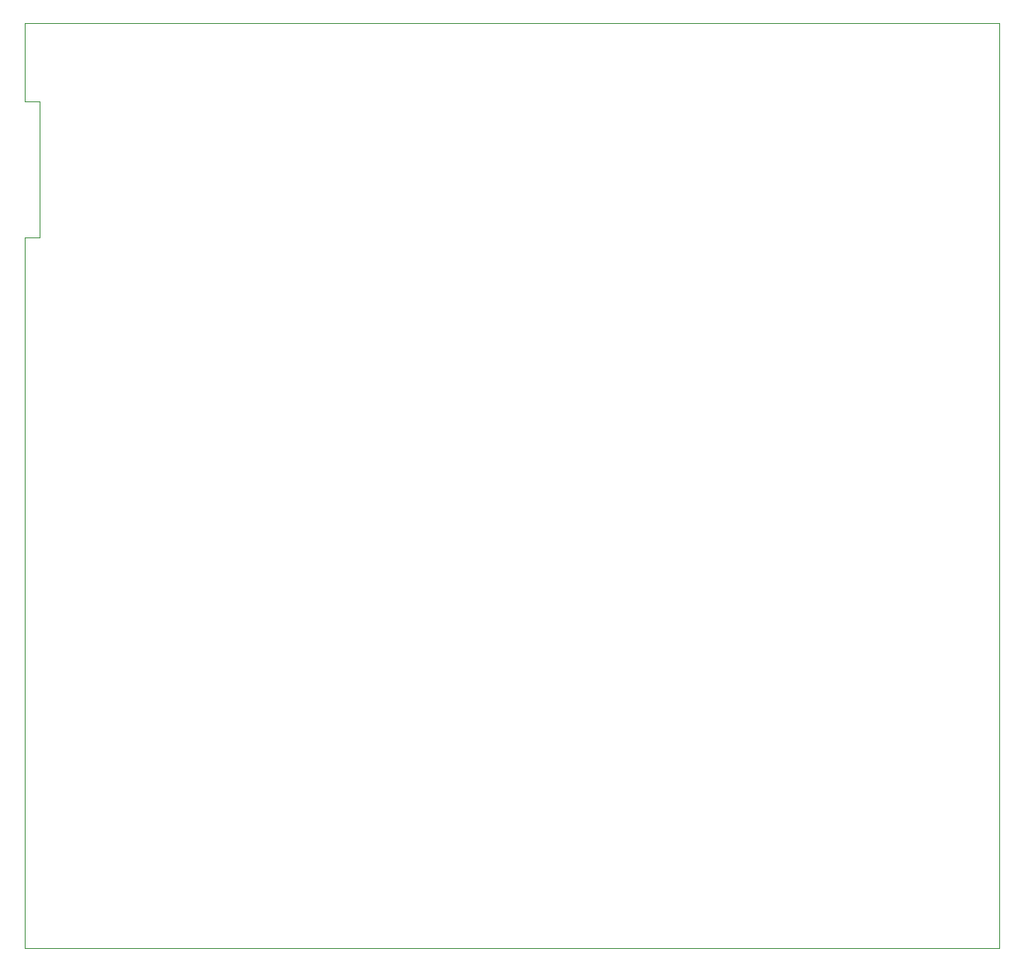
<source format=gm1>
G04 #@! TF.FileFunction,Profile,NP*
%FSLAX46Y46*%
G04 Gerber Fmt 4.6, Leading zero omitted, Abs format (unit mm)*
G04 Created by KiCad (PCBNEW 4.0.7) date 06/06/20 12:49:26*
%MOMM*%
%LPD*%
G01*
G04 APERTURE LIST*
%ADD10C,0.100000*%
G04 APERTURE END LIST*
D10*
X115000000Y-135000000D02*
X115000000Y-62000000D01*
X215000000Y-135000000D02*
X115000000Y-135000000D01*
X215000000Y-40000000D02*
X215000000Y-135000000D01*
X115000000Y-40000000D02*
X215000000Y-40000000D01*
X115000000Y-48000000D02*
X115000000Y-40000000D01*
X116500000Y-48000000D02*
X115000000Y-48000000D01*
X116500000Y-62000000D02*
X116500000Y-48000000D01*
X115000000Y-62000000D02*
X116500000Y-62000000D01*
M02*

</source>
